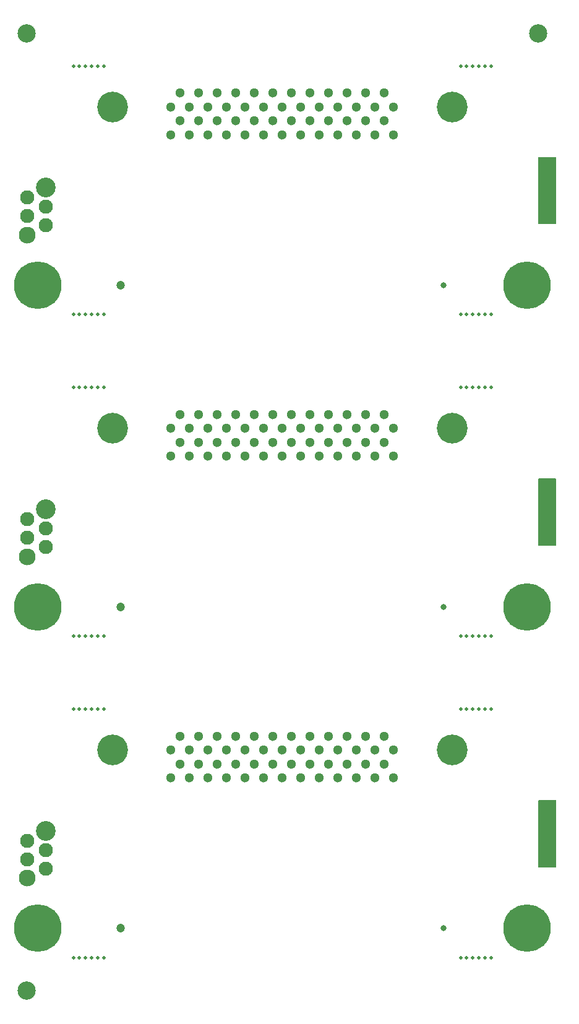
<source format=gbs>
G04 #@! TF.GenerationSoftware,KiCad,Pcbnew,8.0.6*
G04 #@! TF.CreationDate,2024-11-07T02:26:47-08:00*
G04 #@! TF.ProjectId,hvd-50-hd-panel,6876642d-3530-42d6-9864-2d70616e656c,1*
G04 #@! TF.SameCoordinates,Original*
G04 #@! TF.FileFunction,Soldermask,Bot*
G04 #@! TF.FilePolarity,Negative*
%FSLAX46Y46*%
G04 Gerber Fmt 4.6, Leading zero omitted, Abs format (unit mm)*
G04 Created by KiCad (PCBNEW 8.0.6) date 2024-11-07 02:26:47*
%MOMM*%
%LPD*%
G01*
G04 APERTURE LIST*
%ADD10C,0.500000*%
%ADD11C,0.800000*%
%ADD12C,1.200000*%
%ADD13C,1.300000*%
%ADD14C,4.200000*%
%ADD15C,6.500000*%
%ADD16C,2.300000*%
%ADD17C,2.700000*%
%ADD18C,1.950000*%
%ADD19C,2.500000*%
G04 APERTURE END LIST*
D10*
G04 #@! TO.C,KiKit_MB_5_2*
X-9739401Y51002000D03*
G04 #@! TD*
G04 #@! TO.C,KiKit_MB_7_1*
X-13101000Y85002000D03*
G04 #@! TD*
G04 #@! TO.C,KiKit_MB_4_4*
X-64420199Y95002000D03*
G04 #@! TD*
D11*
G04 #@! TO.C,J1*
X-15400000Y55002000D03*
D12*
X-59600000Y55002000D03*
G04 #@! TD*
D13*
G04 #@! TO.C,J5*
X-52740001Y31608000D03*
X-51470000Y33513001D03*
X-50200000Y31608000D03*
X-48930001Y33513001D03*
X-47659999Y31608000D03*
X-46390000Y33512998D03*
X-45119999Y31608000D03*
X-43850001Y33513001D03*
X-42579998Y31608000D03*
X-41310001Y33513001D03*
X-40039997Y31608000D03*
X-38770000Y33513001D03*
X-37500000Y31608000D03*
X-36229999Y33512998D03*
X-34959999Y31608000D03*
X-33690000Y33512998D03*
X-32419998Y31608000D03*
X-31149999Y33513001D03*
X-29880001Y31608000D03*
X-28610000Y33513001D03*
X-27340000Y31608000D03*
X-26070000Y33513001D03*
X-24799999Y31608000D03*
X-23530000Y33512998D03*
X-22259999Y31608000D03*
X-52740002Y35418000D03*
X-51470000Y37322999D03*
X-50200002Y35417999D03*
X-48929998Y37322999D03*
X-47660000Y35417999D03*
X-46389999Y37322999D03*
X-45120000Y35417999D03*
X-43849998Y37322999D03*
X-42580001Y35417999D03*
X-41309999Y37322999D03*
X-40040000Y35418000D03*
X-38770000Y37322999D03*
X-37500000Y35417999D03*
X-36229999Y37322999D03*
X-34960002Y35417999D03*
X-33689997Y37322999D03*
X-32420000Y35417999D03*
X-31149999Y37322999D03*
X-29880002Y35418000D03*
X-28610000Y37322998D03*
X-27340002Y35417999D03*
X-26069998Y37322999D03*
X-24800000Y35417999D03*
X-23529999Y37322999D03*
X-22260000Y35417999D03*
D14*
X-14258999Y35417999D03*
X-60741000Y35417999D03*
G04 #@! TD*
D10*
G04 #@! TO.C,KiKit_MB_9_6*
X-13101000Y7002000D03*
G04 #@! TD*
D15*
G04 #@! TO.C,H4*
X-4000000Y55002000D03*
G04 #@! TD*
D10*
G04 #@! TO.C,KiKit_MB_11_4*
X-10579801Y41002000D03*
G04 #@! TD*
D15*
G04 #@! TO.C,H4*
X-4000000Y11002000D03*
G04 #@! TD*
D10*
G04 #@! TO.C,KiKit_MB_9_5*
X-12260600Y7002000D03*
G04 #@! TD*
D16*
G04 #@! TO.C,J3*
X-72440000Y17872000D03*
D17*
X-69900000Y24342000D03*
D18*
X-72440000Y23012000D03*
X-69900000Y21742000D03*
X-72440000Y20472000D03*
X-69900000Y19202000D03*
G04 #@! TD*
D10*
G04 #@! TO.C,KiKit_MB_3_2*
X-12260600Y129002000D03*
G04 #@! TD*
D13*
G04 #@! TO.C,J5*
X-52740001Y119608000D03*
X-51470000Y121513001D03*
X-50200000Y119608000D03*
X-48930001Y121513001D03*
X-47659999Y119608000D03*
X-46390000Y121512998D03*
X-45119999Y119608000D03*
X-43850001Y121513001D03*
X-42579998Y119608000D03*
X-41310001Y121513001D03*
X-40039997Y119608000D03*
X-38770000Y121513001D03*
X-37500000Y119608000D03*
X-36229999Y121512998D03*
X-34959999Y119608000D03*
X-33690000Y121512998D03*
X-32419998Y119608000D03*
X-31149999Y121513001D03*
X-29880001Y119608000D03*
X-28610000Y121513001D03*
X-27340000Y119608000D03*
X-26070000Y121513001D03*
X-24799999Y119608000D03*
X-23530000Y121512998D03*
X-22259999Y119608000D03*
X-52740002Y123418000D03*
X-51470000Y125322999D03*
X-50200002Y123417999D03*
X-48929998Y125322999D03*
X-47660000Y123417999D03*
X-46389999Y125322999D03*
X-45120000Y123417999D03*
X-43849998Y125322999D03*
X-42580001Y123417999D03*
X-41309999Y125322999D03*
X-40040000Y123418000D03*
X-38770000Y125322999D03*
X-37500000Y123417999D03*
X-36229999Y125322999D03*
X-34960002Y123417999D03*
X-33689997Y125322999D03*
X-32420000Y123417999D03*
X-31149999Y125322999D03*
X-29880002Y123418000D03*
X-28610000Y125322998D03*
X-27340002Y123417999D03*
X-26069998Y125322999D03*
X-24800000Y123417999D03*
X-23529999Y125322999D03*
X-22260000Y123417999D03*
D14*
X-14258999Y123417999D03*
X-60741000Y123417999D03*
G04 #@! TD*
D10*
G04 #@! TO.C,KiKit_MB_3_1*
X-13101000Y129002000D03*
G04 #@! TD*
G04 #@! TO.C,KiKit_MB_3_4*
X-10579801Y129002000D03*
G04 #@! TD*
G04 #@! TO.C,KiKit_MB_1_1*
X-8899001Y95002000D03*
G04 #@! TD*
G04 #@! TO.C,KiKit_MB_11_6*
X-8899001Y41002000D03*
G04 #@! TD*
D11*
G04 #@! TO.C,J1*
X-15400000Y99002000D03*
D12*
X-59600000Y99002000D03*
G04 #@! TD*
D10*
G04 #@! TO.C,KiKit_MB_9_3*
X-10579801Y7002000D03*
G04 #@! TD*
G04 #@! TO.C,KiKit_MB_6_2*
X-65260599Y85002000D03*
G04 #@! TD*
G04 #@! TO.C,KiKit_MB_2_4*
X-63579800Y129002000D03*
G04 #@! TD*
G04 #@! TO.C,KiKit_MB_12_3*
X-63579800Y7002000D03*
G04 #@! TD*
G04 #@! TO.C,KiKit_MB_2_2*
X-65260599Y129002000D03*
G04 #@! TD*
G04 #@! TO.C,KiKit_MB_5_1*
X-8899001Y51002000D03*
G04 #@! TD*
G04 #@! TO.C,KiKit_MB_10_5*
X-62739400Y41002000D03*
G04 #@! TD*
G04 #@! TO.C,KiKit_MB_4_5*
X-65260599Y95002000D03*
G04 #@! TD*
G04 #@! TO.C,KiKit_MB_4_3*
X-63579800Y95002000D03*
G04 #@! TD*
G04 #@! TO.C,KiKit_MB_3_5*
X-9739401Y129002000D03*
G04 #@! TD*
G04 #@! TO.C,KiKit_MB_8_2*
X-62739400Y51002000D03*
G04 #@! TD*
G04 #@! TO.C,KiKit_MB_9_4*
X-11420200Y7002000D03*
G04 #@! TD*
G04 #@! TO.C,KiKit_MB_4_1*
X-61899000Y95002000D03*
G04 #@! TD*
G04 #@! TO.C,KiKit_MB_12_5*
X-65260599Y7002000D03*
G04 #@! TD*
G04 #@! TO.C,KiKit_MB_10_1*
X-66100999Y41002000D03*
G04 #@! TD*
G04 #@! TO.C,KiKit_MB_8_4*
X-64420199Y51002000D03*
G04 #@! TD*
G04 #@! TO.C,KiKit_MB_1_5*
X-12260600Y95002000D03*
G04 #@! TD*
G04 #@! TO.C,KiKit_MB_1_3*
X-10579801Y95002000D03*
G04 #@! TD*
G04 #@! TO.C,KiKit_MB_6_5*
X-62739400Y85002000D03*
G04 #@! TD*
G04 #@! TO.C,KiKit_MB_7_5*
X-9739401Y85002000D03*
G04 #@! TD*
G04 #@! TO.C,KiKit_MB_2_1*
X-66100999Y129002000D03*
G04 #@! TD*
G04 #@! TO.C,KiKit_MB_9_2*
X-9739401Y7002000D03*
G04 #@! TD*
G04 #@! TO.C,KiKit_MB_10_2*
X-65260599Y41002000D03*
G04 #@! TD*
G04 #@! TO.C,KiKit_MB_10_4*
X-63579800Y41002000D03*
G04 #@! TD*
G04 #@! TO.C,KiKit_MB_6_4*
X-63579800Y85002000D03*
G04 #@! TD*
D11*
G04 #@! TO.C,J1*
X-15400000Y11002000D03*
D12*
X-59600000Y11002000D03*
G04 #@! TD*
D10*
G04 #@! TO.C,KiKit_MB_11_5*
X-9739401Y41002000D03*
G04 #@! TD*
G04 #@! TO.C,KiKit_MB_8_1*
X-61899000Y51002000D03*
G04 #@! TD*
G04 #@! TO.C,KiKit_MB_7_6*
X-8899001Y85002000D03*
G04 #@! TD*
D16*
G04 #@! TO.C,J3*
X-72440000Y61872000D03*
D17*
X-69900000Y68342000D03*
D18*
X-72440000Y67012000D03*
X-69900000Y65742000D03*
X-72440000Y64472000D03*
X-69900000Y63202000D03*
G04 #@! TD*
D10*
G04 #@! TO.C,KiKit_MB_2_5*
X-62739400Y129002000D03*
G04 #@! TD*
D15*
G04 #@! TO.C,H3*
X-71000000Y99002000D03*
G04 #@! TD*
D10*
G04 #@! TO.C,KiKit_MB_8_3*
X-63579800Y51002000D03*
G04 #@! TD*
G04 #@! TO.C,KiKit_MB_4_6*
X-66100999Y95002000D03*
G04 #@! TD*
G04 #@! TO.C,KiKit_MB_5_3*
X-10579801Y51002000D03*
G04 #@! TD*
G04 #@! TO.C,KiKit_MB_9_1*
X-8899001Y7002000D03*
G04 #@! TD*
G04 #@! TO.C,KiKit_MB_2_3*
X-64420199Y129002000D03*
G04 #@! TD*
G04 #@! TO.C,KiKit_MB_5_5*
X-12260600Y51002000D03*
G04 #@! TD*
G04 #@! TO.C,KiKit_MB_1_4*
X-11420200Y95002000D03*
G04 #@! TD*
D16*
G04 #@! TO.C,J3*
X-72440000Y105872000D03*
D17*
X-69900000Y112342000D03*
D18*
X-72440000Y111012000D03*
X-69900000Y109742000D03*
X-72440000Y108472000D03*
X-69900000Y107202000D03*
G04 #@! TD*
D10*
G04 #@! TO.C,KiKit_MB_10_3*
X-64420199Y41002000D03*
G04 #@! TD*
G04 #@! TO.C,KiKit_MB_5_6*
X-13101000Y51002000D03*
G04 #@! TD*
G04 #@! TO.C,KiKit_MB_2_6*
X-61899000Y129002000D03*
G04 #@! TD*
G04 #@! TO.C,KiKit_MB_11_2*
X-12260600Y41002000D03*
G04 #@! TD*
G04 #@! TO.C,KiKit_MB_6_1*
X-66100999Y85002000D03*
G04 #@! TD*
G04 #@! TO.C,KiKit_MB_3_3*
X-11420200Y129002000D03*
G04 #@! TD*
G04 #@! TO.C,KiKit_MB_6_6*
X-61899000Y85002000D03*
G04 #@! TD*
D15*
G04 #@! TO.C,H4*
X-4000000Y99002000D03*
G04 #@! TD*
D10*
G04 #@! TO.C,KiKit_MB_3_6*
X-8899001Y129002000D03*
G04 #@! TD*
G04 #@! TO.C,KiKit_MB_8_5*
X-65260599Y51002000D03*
G04 #@! TD*
G04 #@! TO.C,KiKit_MB_12_6*
X-66100999Y7002000D03*
G04 #@! TD*
G04 #@! TO.C,KiKit_MB_7_3*
X-11420200Y85002000D03*
G04 #@! TD*
G04 #@! TO.C,KiKit_MB_11_3*
X-11420200Y41002000D03*
G04 #@! TD*
D13*
G04 #@! TO.C,J5*
X-52740001Y75608000D03*
X-51470000Y77513001D03*
X-50200000Y75608000D03*
X-48930001Y77513001D03*
X-47659999Y75608000D03*
X-46390000Y77512998D03*
X-45119999Y75608000D03*
X-43850001Y77513001D03*
X-42579998Y75608000D03*
X-41310001Y77513001D03*
X-40039997Y75608000D03*
X-38770000Y77513001D03*
X-37500000Y75608000D03*
X-36229999Y77512998D03*
X-34959999Y75608000D03*
X-33690000Y77512998D03*
X-32419998Y75608000D03*
X-31149999Y77513001D03*
X-29880001Y75608000D03*
X-28610000Y77513001D03*
X-27340000Y75608000D03*
X-26070000Y77513001D03*
X-24799999Y75608000D03*
X-23530000Y77512998D03*
X-22259999Y75608000D03*
X-52740002Y79418000D03*
X-51470000Y81322999D03*
X-50200002Y79417999D03*
X-48929998Y81322999D03*
X-47660000Y79417999D03*
X-46389999Y81322999D03*
X-45120000Y79417999D03*
X-43849998Y81322999D03*
X-42580001Y79417999D03*
X-41309999Y81322999D03*
X-40040000Y79418000D03*
X-38770000Y81322999D03*
X-37500000Y79417999D03*
X-36229999Y81322999D03*
X-34960002Y79417999D03*
X-33689997Y81322999D03*
X-32420000Y79417999D03*
X-31149999Y81322999D03*
X-29880002Y79418000D03*
X-28610000Y81322998D03*
X-27340002Y79417999D03*
X-26069998Y81322999D03*
X-24800000Y79417999D03*
X-23529999Y81322999D03*
X-22260000Y79417999D03*
D14*
X-14258999Y79417999D03*
X-60741000Y79417999D03*
G04 #@! TD*
D10*
G04 #@! TO.C,KiKit_MB_10_6*
X-61899000Y41002000D03*
G04 #@! TD*
G04 #@! TO.C,KiKit_MB_4_2*
X-62739400Y95002000D03*
G04 #@! TD*
G04 #@! TO.C,KiKit_MB_12_2*
X-62739400Y7002000D03*
G04 #@! TD*
G04 #@! TO.C,KiKit_MB_6_3*
X-64420199Y85002000D03*
G04 #@! TD*
D15*
G04 #@! TO.C,H3*
X-71000000Y55002000D03*
G04 #@! TD*
D10*
G04 #@! TO.C,KiKit_MB_12_1*
X-61899000Y7002000D03*
G04 #@! TD*
G04 #@! TO.C,KiKit_MB_5_4*
X-11420200Y51002000D03*
G04 #@! TD*
G04 #@! TO.C,KiKit_MB_7_4*
X-10579801Y85002000D03*
G04 #@! TD*
G04 #@! TO.C,KiKit_MB_12_4*
X-64420199Y7002000D03*
G04 #@! TD*
G04 #@! TO.C,KiKit_MB_11_1*
X-13101000Y41002000D03*
G04 #@! TD*
G04 #@! TO.C,KiKit_MB_1_2*
X-9739401Y95002000D03*
G04 #@! TD*
G04 #@! TO.C,KiKit_MB_7_2*
X-12260600Y85002000D03*
G04 #@! TD*
D15*
G04 #@! TO.C,H3*
X-71000000Y11002000D03*
G04 #@! TD*
D10*
G04 #@! TO.C,KiKit_MB_1_6*
X-13101000Y95002000D03*
G04 #@! TD*
G04 #@! TO.C,KiKit_MB_8_6*
X-66100999Y51002000D03*
G04 #@! TD*
D19*
G04 #@! TO.C,KiKit_FID_B_1*
X-72500000Y133503500D03*
G04 #@! TD*
G04 #@! TO.C,KiKit_FID_B_3*
X-72500000Y2500000D03*
G04 #@! TD*
G04 #@! TO.C,KiKit_FID_B_2*
X-2500000Y133503500D03*
G04 #@! TD*
G36*
X-56961Y72532315D02*
G01*
X-11206Y72479511D01*
X0Y72428000D01*
X0Y63476000D01*
X-19685Y63408961D01*
X-72489Y63363206D01*
X-124000Y63352000D01*
X-2376000Y63352000D01*
X-2443039Y63371685D01*
X-2488794Y63424489D01*
X-2500000Y63476000D01*
X-2500000Y72428000D01*
X-2480315Y72495039D01*
X-2427511Y72540794D01*
X-2376000Y72552000D01*
X-124000Y72552000D01*
X-56961Y72532315D01*
G37*
G36*
X-56961Y116532315D02*
G01*
X-11206Y116479511D01*
X0Y116428000D01*
X0Y107476000D01*
X-19685Y107408961D01*
X-72489Y107363206D01*
X-124000Y107352000D01*
X-2376000Y107352000D01*
X-2443039Y107371685D01*
X-2488794Y107424489D01*
X-2500000Y107476000D01*
X-2500000Y116428000D01*
X-2480315Y116495039D01*
X-2427511Y116540794D01*
X-2376000Y116552000D01*
X-124000Y116552000D01*
X-56961Y116532315D01*
G37*
G36*
X-56961Y28532315D02*
G01*
X-11206Y28479511D01*
X0Y28428000D01*
X0Y19476000D01*
X-19685Y19408961D01*
X-72489Y19363206D01*
X-124000Y19352000D01*
X-2376000Y19352000D01*
X-2443039Y19371685D01*
X-2488794Y19424489D01*
X-2500000Y19476000D01*
X-2500000Y28428000D01*
X-2480315Y28495039D01*
X-2427511Y28540794D01*
X-2376000Y28552000D01*
X-124000Y28552000D01*
X-56961Y28532315D01*
G37*
M02*

</source>
